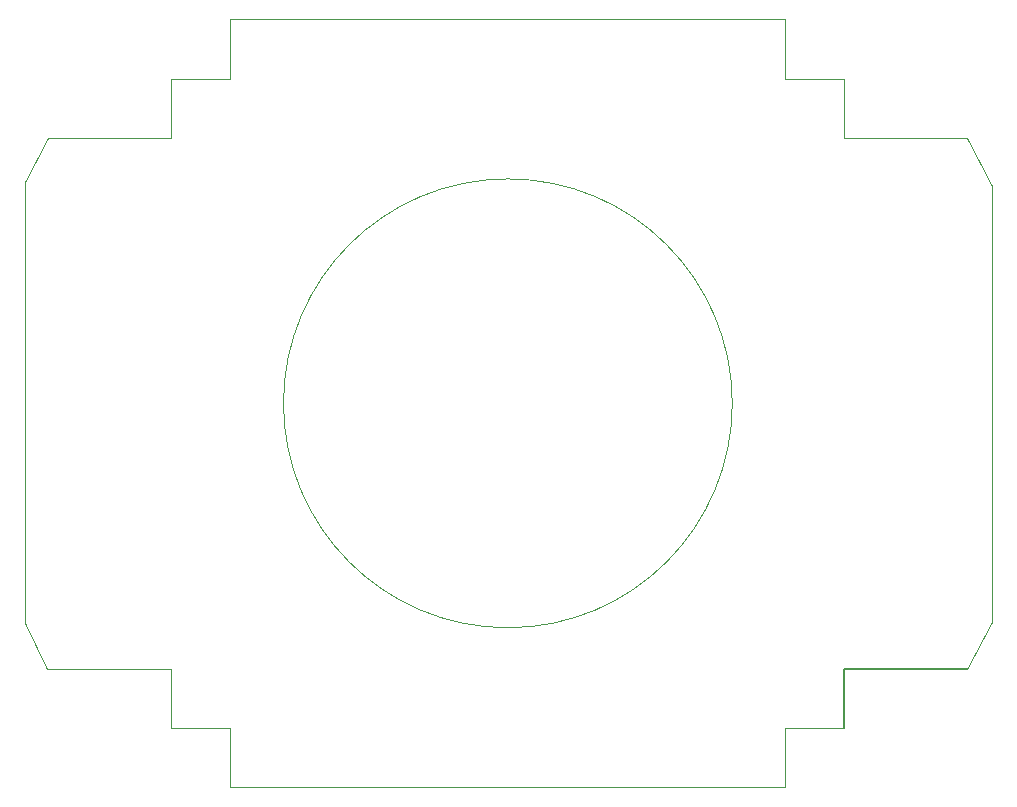
<source format=gm1>
G04 #@! TF.GenerationSoftware,KiCad,Pcbnew,5.0.2-bee76a0~70~ubuntu18.04.1*
G04 #@! TF.CreationDate,2019-05-07T17:56:58+05:30*
G04 #@! TF.ProjectId,motbox_with_promini,6d6f7462-6f78-45f7-9769-74685f70726f,rev?*
G04 #@! TF.SameCoordinates,Original*
G04 #@! TF.FileFunction,Profile,NP*
%FSLAX46Y46*%
G04 Gerber Fmt 4.6, Leading zero omitted, Abs format (unit mm)*
G04 Created by KiCad (PCBNEW 5.0.2-bee76a0~70~ubuntu18.04.1) date Tue May  7 17:56:58 2019*
%MOMM*%
%LPD*%
G01*
G04 APERTURE LIST*
%ADD10C,0.100000*%
%ADD11C,0.150000*%
G04 APERTURE END LIST*
D10*
X179900000Y-83900000D02*
X177800000Y-87900000D01*
X98000000Y-84000000D02*
X99900000Y-87900000D01*
X100000000Y-42900000D02*
X98000000Y-46700000D01*
X177800000Y-42900000D02*
X179900000Y-47000000D01*
X115400000Y-92900000D02*
X115400000Y-97900000D01*
X110400000Y-92900000D02*
X115400000Y-92900000D01*
X110400000Y-87900000D02*
X110400000Y-92900000D01*
X99900000Y-87900000D02*
X110400000Y-87900000D01*
X162400000Y-97900000D02*
X115400000Y-97900000D01*
X162400000Y-92900000D02*
X162400000Y-97900000D01*
X167400000Y-92900000D02*
X162400000Y-92900000D01*
D11*
X167400000Y-87900000D02*
X167400000Y-92900000D01*
X167400000Y-87900000D02*
X177800000Y-87900000D01*
D10*
X167400000Y-42900000D02*
X177800000Y-42900000D01*
X167400000Y-42600000D02*
X167400000Y-42900000D01*
X167400000Y-41800000D02*
X167400000Y-42600000D01*
X167400000Y-37900000D02*
X167400000Y-41800000D01*
X110400000Y-42900000D02*
X100000000Y-42900000D01*
X110400000Y-37900000D02*
X110400000Y-42900000D01*
X179900000Y-83900000D02*
X179900000Y-47000000D01*
X98000000Y-84000000D02*
X98000000Y-46700000D01*
X162400000Y-37900000D02*
X167400000Y-37900000D01*
X162400000Y-32900000D02*
X162400000Y-37900000D01*
X115400000Y-32900000D02*
X162400000Y-32900000D01*
X115400000Y-33000000D02*
X115400000Y-32900000D01*
X115400000Y-37900000D02*
X115400000Y-33000000D01*
X110400000Y-37900000D02*
X115400000Y-37900000D01*
X157900263Y-65400000D02*
G75*
G03X157900263Y-65400000I-19000263J0D01*
G01*
M02*

</source>
